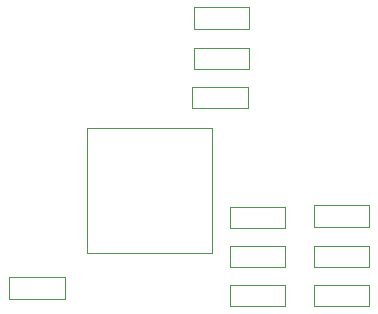
<source format=gbr>
G04 #@! TF.FileFunction,Other,User*
%FSLAX46Y46*%
G04 Gerber Fmt 4.6, Leading zero omitted, Abs format (unit mm)*
G04 Created by KiCad (PCBNEW 4.0.7) date Fri Feb  9 23:36:38 2018*
%MOMM*%
%LPD*%
G01*
G04 APERTURE LIST*
%ADD10C,0.150000*%
%ADD11C,0.050000*%
G04 APERTURE END LIST*
D10*
D11*
X123508000Y-54853000D02*
X118808000Y-54853000D01*
X123508000Y-54853000D02*
X123508000Y-56653000D01*
X118808000Y-56653000D02*
X118808000Y-54853000D01*
X118808000Y-56653000D02*
X123508000Y-56653000D01*
X123508000Y-58282000D02*
X118808000Y-58282000D01*
X123508000Y-58282000D02*
X123508000Y-60082000D01*
X118808000Y-60082000D02*
X118808000Y-58282000D01*
X118808000Y-60082000D02*
X123508000Y-60082000D01*
X123508000Y-61584000D02*
X118808000Y-61584000D01*
X123508000Y-61584000D02*
X123508000Y-63384000D01*
X118808000Y-63384000D02*
X118808000Y-61584000D01*
X118808000Y-63384000D02*
X123508000Y-63384000D01*
X93027000Y-62749000D02*
X97727000Y-62749000D01*
X93027000Y-62749000D02*
X93027000Y-60949000D01*
X97727000Y-60949000D02*
X97727000Y-62749000D01*
X97727000Y-60949000D02*
X93027000Y-60949000D01*
X116396000Y-61584000D02*
X111696000Y-61584000D01*
X116396000Y-61584000D02*
X116396000Y-63384000D01*
X111696000Y-63384000D02*
X111696000Y-61584000D01*
X111696000Y-63384000D02*
X116396000Y-63384000D01*
X116396000Y-58282000D02*
X111696000Y-58282000D01*
X116396000Y-58282000D02*
X116396000Y-60082000D01*
X111696000Y-60082000D02*
X111696000Y-58282000D01*
X111696000Y-60082000D02*
X116396000Y-60082000D01*
X116396000Y-54980000D02*
X111696000Y-54980000D01*
X116396000Y-54980000D02*
X116396000Y-56780000D01*
X111696000Y-56780000D02*
X111696000Y-54980000D01*
X111696000Y-56780000D02*
X116396000Y-56780000D01*
X113348000Y-38089000D02*
X108648000Y-38089000D01*
X113348000Y-38089000D02*
X113348000Y-39889000D01*
X108648000Y-39889000D02*
X108648000Y-38089000D01*
X108648000Y-39889000D02*
X113348000Y-39889000D01*
X113348000Y-41518000D02*
X108648000Y-41518000D01*
X113348000Y-41518000D02*
X113348000Y-43318000D01*
X108648000Y-43318000D02*
X108648000Y-41518000D01*
X108648000Y-43318000D02*
X113348000Y-43318000D01*
X113221000Y-44820000D02*
X108521000Y-44820000D01*
X113221000Y-44820000D02*
X113221000Y-46620000D01*
X108521000Y-46620000D02*
X108521000Y-44820000D01*
X108521000Y-46620000D02*
X113221000Y-46620000D01*
X99613905Y-58857000D02*
X99613905Y-48257000D01*
X110213905Y-58857000D02*
X110213905Y-48257000D01*
X99613905Y-58857000D02*
X110213905Y-58857000D01*
X99613905Y-48257000D02*
X110213905Y-48257000D01*
M02*

</source>
